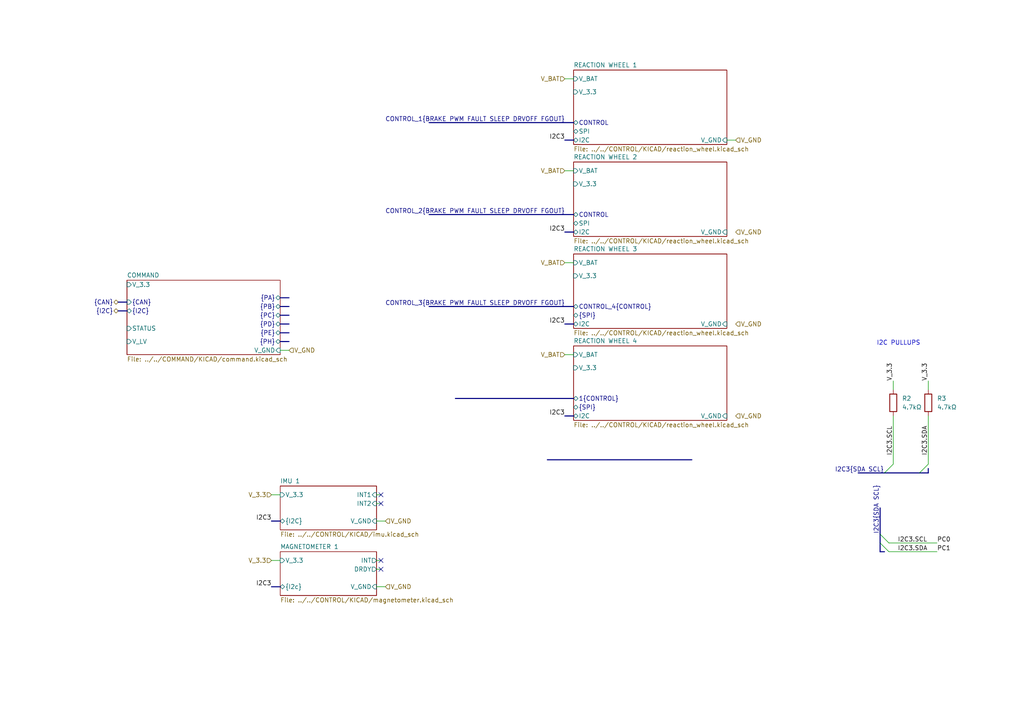
<source format=kicad_sch>
(kicad_sch (version 20231120) (generator "eeschema") (generator_version "8.0")
  (paper "A4")
  (lib_symbols
    (symbol "Device:R" (pin_numbers hide) (pin_names (offset 0))
      (property "Reference" "R" (at 2.032 0 90))
      (property "Value" "R" (at 0 0 90))
      (symbol "R_0_1"
        (rectangle (start -1.016 -2.54) (end 1.016 2.54) (stroke (width 0.254)))
      )
      (symbol "R_1_1"
        (pin passive line (at 0 3.81 270) (length 1.27) (name "~") (number "1"))
        (pin passive line (at 0 -3.81 90) (length 1.27) (name "~") (number "2"))
      )
    )
  )
  (no_connect (at 110.49 143.51))
  (no_connect (at 110.49 165.1))
  (no_connect (at 110.49 162.56))
  (no_connect (at 110.49 146.05))
  (bus_entry (at 255.27 157.48) (size 2.54 2.54))
  (bus_entry (at 255.27 154.94) (size 2.54 2.54))
  (bus_entry (at 256.54 137.16) (size 2.54 -2.54))
  (bus_entry (at 266.7 137.16) (size 2.54 -2.54))
  (bus (pts (xy 81.28 88.9) (xy 83.82 88.9)))
  (bus (pts (xy 78.74 151.13) (xy 81.28 151.13)))
  (bus (pts (xy 255.27 160.02) (xy 256.54 160.02)))
  (bus (pts (xy 81.28 99.06) (xy 83.82 99.06)))
  (wire (pts (xy 259.08 134.62) (xy 259.08 120.65)))
  (bus (pts (xy 81.28 86.36) (xy 83.82 86.36)))
  (bus (pts (xy 34.29 90.17) (xy 36.83 90.17)))
  (bus (pts (xy 34.29 87.63) (xy 36.83 87.63)))
  (bus (pts (xy 158.75 133.35) (xy 200.66 133.35)))
  (wire (pts (xy 163.83 22.86) (xy 166.37 22.86)))
  (wire (pts (xy 163.83 49.53) (xy 166.37 49.53)))
  (wire (pts (xy 78.74 162.56) (xy 81.28 162.56)))
  (bus (pts (xy 78.74 170.18) (xy 81.28 170.18)))
  (wire (pts (xy 109.22 143.51) (xy 110.49 143.51)))
  (wire (pts (xy 109.22 146.05) (xy 110.49 146.05)))
  (wire (pts (xy 269.24 134.62) (xy 269.24 120.65)))
  (bus (pts (xy 255.27 157.48) (xy 255.27 160.02)))
  (wire (pts (xy 259.08 110.49) (xy 259.08 113.03)))
  (wire (pts (xy 109.22 162.56) (xy 110.49 162.56)))
  (bus (pts (xy 124.46 88.9) (xy 166.37 88.9)))
  (wire (pts (xy 257.81 157.48) (xy 271.78 157.48)))
  (wire (pts (xy 166.37 102.87) (xy 163.83 102.87)))
  (wire (pts (xy 213.36 40.64) (xy 210.82 40.64)))
  (bus (pts (xy 163.83 67.31) (xy 166.37 67.31)))
  (bus (pts (xy 163.83 93.98) (xy 166.37 93.98)))
  (bus (pts (xy 132.08 115.57) (xy 166.37 115.57)))
  (bus (pts (xy 163.83 40.64) (xy 166.37 40.64)))
  (bus (pts (xy 269.24 137.16) (xy 269.24 135.89)))
  (bus (pts (xy 266.7 137.16) (xy 269.24 137.16)))
  (bus (pts (xy 124.46 62.23) (xy 166.37 62.23)))
  (bus (pts (xy 163.83 120.65) (xy 166.37 120.65)))
  (bus (pts (xy 124.46 35.56) (xy 166.37 35.56)))
  (wire (pts (xy 269.24 110.49) (xy 269.24 113.03)))
  (wire (pts (xy 166.37 76.2) (xy 163.83 76.2)))
  (wire (pts (xy 111.76 151.13) (xy 109.22 151.13)))
  (bus (pts (xy 256.54 137.16) (xy 266.7 137.16)))
  (wire (pts (xy 257.81 160.02) (xy 271.78 160.02)))
  (bus (pts (xy 81.28 93.98) (xy 83.82 93.98)))
  (bus (pts (xy 81.28 96.52) (xy 83.82 96.52)))
  (wire (pts (xy 78.74 143.51) (xy 81.28 143.51)))
  (bus (pts (xy 255.27 147.32) (xy 255.27 154.94)))
  (bus (pts (xy 248.92 137.16) (xy 256.54 137.16)))
  (wire (pts (xy 109.22 165.1) (xy 110.49 165.1)))
  (bus (pts (xy 255.27 154.94) (xy 255.27 157.48)))
  (wire (pts (xy 111.76 170.18) (xy 109.22 170.18)))
  (bus (pts (xy 81.28 91.44) (xy 83.82 91.44)))
  (wire (pts (xy 83.82 101.6) (xy 81.28 101.6)))
  (text "I2C PULLUPS" (at 260.604 99.568 0) (effects (font (size 1.27 1.27))))
  (label "V_3.3" (at 259.08 110.49 90))
  (label "I2C3{SDA SCL}" (at 256.3719 137.16 180))
  (label "I2C3.SCL" (at 259.08 132.08 90))
  (label "CONTROL_2{BRAKE PWM FAULT SLEEP DRVOFF FGOUT}" (at 163.83 62.23 180))
  (label "I2C3.SDA" (at 260.35 160.02 0))
  (label "I2C3" (at 163.83 40.64 180))
  (label "PC1" (at 271.78 160.02 0))
  (label "PC0" (at 271.78 157.48 0))
  (label "CONTROL_3{BRAKE PWM FAULT SLEEP DRVOFF FGOUT}" (at 163.83 88.9 180))
  (label "CONTROL_1{BRAKE PWM FAULT SLEEP DRVOFF FGOUT}" (at 163.83 35.56 180))
  (label "I2C3" (at 78.74 151.13 180))
  (label "I2C3{SDA SCL}" (at 255.27 154.7719 90))
  (label "I2C3.SCL" (at 260.35 157.48 0))
  (label "I2C3" (at 163.83 120.65 180))
  (label "I2C3" (at 78.74 170.18 180))
  (label "I2C3" (at 163.83 67.31 180))
  (label "I2C3.SDA" (at 269.24 132.08 90))
  (label "V_3.3" (at 269.24 110.49 90))
  (label "I2C3" (at 163.83 93.98 180))
  (hierarchical_label "V_GND" (shape input) (at 213.36 93.98 0))
  (hierarchical_label "V_GND" (shape input) (at 83.82 101.6 0))
  (hierarchical_label "{CAN}" (shape bidirectional) (at 34.29 87.63 180))
  (hierarchical_label "V_GND" (shape input) (at 213.36 40.64 0))
  (hierarchical_label "V_BAT" (shape input) (at 163.83 22.86 180))
  (hierarchical_label "V_3.3" (shape input) (at 78.74 143.51 180))
  (hierarchical_label "V_BAT" (shape input) (at 163.83 102.87 180))
  (hierarchical_label "V_GND" (shape input) (at 213.36 120.65 0))
  (hierarchical_label "V_GND" (shape input) (at 213.36 67.31 0))
  (hierarchical_label "V_BAT" (shape input) (at 163.83 49.53 180))
  (hierarchical_label "V_3.3" (shape input) (at 78.74 162.56 180))
  (hierarchical_label "V_GND" (shape input) (at 111.76 170.18 0))
  (hierarchical_label "{I2C}" (shape bidirectional) (at 34.29 90.17 180))
  (hierarchical_label "V_BAT" (shape input) (at 163.83 76.2 180))
  (hierarchical_label "V_GND" (shape input) (at 111.76 151.13 0))
  (symbol (lib_id "Device:R") (at 269.24 116.84 0) (unit 1)
    (property "Reference" "R3" (at 271.78 115.5699 0) (effects (justify left)))
    (property "Value" "4.7kΩ" (at 271.78 118.1099 0) (effects (justify left)))
    (property "Footprint" "Resistor_SMD:R_0603_1608Metric" (effects (hide yes)))
    (property "Description" "Resistor" (effects (hide yes)))
  )
  (symbol (lib_id "Device:R") (at 259.08 116.84 0) (unit 1)
    (property "Reference" "R2" (at 261.62 115.5699 0) (effects (justify left)))
    (property "Value" "4.7kΩ" (at 261.62 118.1099 0) (effects (justify left)))
    (property "Footprint" "Resistor_SMD:R_0603_1608Metric" (effects (hide yes)))
    (property "Description" "Resistor" (effects (hide yes)))
  )
  (sheet (at 166.37 20.32) (size 44.45 21.59) (stroke (width 0.1524))
    (property "Sheetname" "REACTION WHEEL 1" (at 166.37 19.6084 0) (effects (justify left bottom)))
    (property "Sheetfile" "../../CONTROL/KICAD/reaction_wheel.kicad_sch" (at 166.37 42.4946 0) (effects (justify left top)))
    (pin "V_3.3" input (at 166.37 26.67 180))
    (pin "V_GND" input (at 210.82 40.64 0))
    (pin "I2C" bidirectional (at 166.37 40.64 180))
    (pin "SPI" bidirectional (at 166.37 38.1 180))
    (pin "CONTROL" bidirectional (at 166.37 35.56 180))
    (pin "V_BAT" input (at 166.37 22.86 180))
  )
  (sheet (at 166.37 46.99) (size 44.45 21.59) (stroke (width 0.1524))
    (property "Sheetname" "REACTION WHEEL 2" (at 166.37 46.2784 0) (effects (justify left bottom)))
    (property "Sheetfile" "../../CONTROL/KICAD/reaction_wheel.kicad_sch" (at 166.37 69.1646 0) (effects (justify left top)))
    (pin "V_3.3" input (at 166.37 53.34 180))
    (pin "V_GND" input (at 210.82 67.31 0))
    (pin "I2C" bidirectional (at 166.37 67.31 180))
    (pin "SPI" bidirectional (at 166.37 64.77 180))
    (pin "CONTROL" bidirectional (at 166.37 62.23 180))
    (pin "V_BAT" input (at 166.37 49.53 180))
  )
  (sheet (at 166.37 100.33) (size 44.45 21.59) (stroke (width 0.1524))
    (property "Sheetname" "REACTION WHEEL 4" (at 166.37 99.6184 0) (effects (justify left bottom)))
    (property "Sheetfile" "../../CONTROL/KICAD/reaction_wheel.kicad_sch" (at 166.37 122.5046 0) (effects (justify left top)))
    (pin "V_3.3" input (at 166.37 106.68 180))
    (pin "V_GND" input (at 210.82 120.65 0))
    (pin "I2C" bidirectional (at 166.37 120.65 180))
    (pin "{SPI}" bidirectional (at 166.37 118.11 180))
    (pin "1{CONTROL}" bidirectional (at 166.37 115.57 180))
    (pin "V_BAT" input (at 166.37 102.87 180))
  )
  (sheet (at 36.83 81.28) (size 44.45 21.59) (stroke (width 0.1524))
    (property "Sheetname" "COMMAND" (at 36.83 80.5684 0) (effects (justify left bottom)))
    (property "Sheetfile" "../../COMMAND/KICAD/command.kicad_sch" (at 36.83 103.4546 0) (effects (justify left top)))
    (pin "{I2C}" bidirectional (at 36.83 90.17 180))
    (pin "V_3.3" input (at 36.83 82.55 180))
    (pin "V_GND" input (at 81.28 101.6 0))
    (pin "{CAN}" input (at 36.83 87.63 180))
    (pin "V_LV" input (at 36.83 99.06 180))
    (pin "STATUS" input (at 36.83 95.25 180))
    (pin "{PD}" bidirectional (at 81.28 93.98 0))
    (pin "{PB}" bidirectional (at 81.28 88.9 0))
    (pin "{PA}" bidirectional (at 81.28 86.36 0))
    (pin "{PC}" bidirectional (at 81.28 91.44 0))
    (pin "{PE}" bidirectional (at 81.28 96.52 0))
    (pin "{PH}" bidirectional (at 81.28 99.06 0))
  )
  (sheet (at 81.28 160.02) (size 27.94 12.7) (stroke (width 0.1524))
    (property "Sheetname" "MAGNETOMETER 1" (at 81.28 159.3084 0) (effects (justify left bottom)))
    (property "Sheetfile" "../../CONTROL/KICAD/magnetometer.kicad_sch" (at 81.28 173.3046 0) (effects (justify left top)))
    (pin "V_GND" input (at 109.22 170.18 0))
    (pin "V_3.3" input (at 81.28 162.56 180))
    (pin "{I2c}" bidirectional (at 81.28 170.18 180))
    (pin "INT" output (at 109.22 162.56 0))
    (pin "DRDY" output (at 109.22 165.1 0))
  )
  (sheet (at 81.28 140.97) (size 27.94 12.7) (stroke (width 0.1524))
    (property "Sheetname" "IMU 1" (at 81.28 140.2584 0) (effects (justify left bottom)))
    (property "Sheetfile" "../../CONTROL/KICAD/imu.kicad_sch" (at 81.28 154.2546 0) (effects (justify left top)))
    (pin "V_GND" input (at 109.22 151.13 0))
    (pin "INT2" input (at 109.22 146.05 0))
    (pin "INT1" input (at 109.22 143.51 0))
    (pin "{I2C}" bidirectional (at 81.28 151.13 180))
    (pin "V_3.3" input (at 81.28 143.51 180))
  )
  (sheet (at 166.37 73.66) (size 44.45 21.59) (stroke (width 0.1524))
    (property "Sheetname" "REACTION WHEEL 3" (at 166.37 72.9484 0) (effects (justify left bottom)))
    (property "Sheetfile" "../../CONTROL/KICAD/reaction_wheel.kicad_sch" (at 166.37 95.8346 0) (effects (justify left top)))
    (pin "V_3.3" input (at 166.37 80.01 180))
    (pin "V_GND" input (at 210.82 93.98 0))
    (pin "I2C" bidirectional (at 166.37 93.98 180))
    (pin "{SPI}" bidirectional (at 166.37 91.44 180))
    (pin "CONTROL_4{CONTROL}" bidirectional (at 166.37 88.9 180))
    (pin "V_BAT" input (at 166.37 76.2 180))
  )
)
</source>
